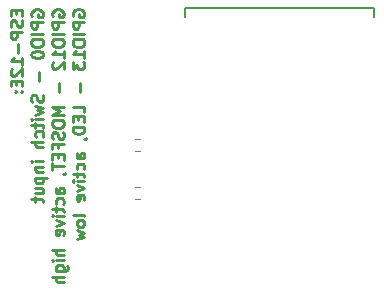
<source format=gbo>
G04 #@! TF.FileFunction,Legend,Bot*
%FSLAX46Y46*%
G04 Gerber Fmt 4.6, Leading zero omitted, Abs format (unit mm)*
G04 Created by KiCad (PCBNEW 4.0.7) date 03/28/18 09:41:18*
%MOMM*%
%LPD*%
G01*
G04 APERTURE LIST*
%ADD10C,0.100000*%
%ADD11C,0.250000*%
%ADD12C,0.152400*%
%ADD13C,0.120000*%
G04 APERTURE END LIST*
D10*
D11*
X96703571Y-97038095D02*
X96703571Y-97371429D01*
X97227381Y-97514286D02*
X97227381Y-97038095D01*
X96227381Y-97038095D01*
X96227381Y-97514286D01*
X97179762Y-97895238D02*
X97227381Y-98038095D01*
X97227381Y-98276191D01*
X97179762Y-98371429D01*
X97132143Y-98419048D01*
X97036905Y-98466667D01*
X96941667Y-98466667D01*
X96846429Y-98419048D01*
X96798810Y-98371429D01*
X96751190Y-98276191D01*
X96703571Y-98085714D01*
X96655952Y-97990476D01*
X96608333Y-97942857D01*
X96513095Y-97895238D01*
X96417857Y-97895238D01*
X96322619Y-97942857D01*
X96275000Y-97990476D01*
X96227381Y-98085714D01*
X96227381Y-98323810D01*
X96275000Y-98466667D01*
X97227381Y-98895238D02*
X96227381Y-98895238D01*
X96227381Y-99276191D01*
X96275000Y-99371429D01*
X96322619Y-99419048D01*
X96417857Y-99466667D01*
X96560714Y-99466667D01*
X96655952Y-99419048D01*
X96703571Y-99371429D01*
X96751190Y-99276191D01*
X96751190Y-98895238D01*
X96846429Y-99895238D02*
X96846429Y-100657143D01*
X97227381Y-101657143D02*
X97227381Y-101085714D01*
X97227381Y-101371428D02*
X96227381Y-101371428D01*
X96370238Y-101276190D01*
X96465476Y-101180952D01*
X96513095Y-101085714D01*
X96322619Y-102038095D02*
X96275000Y-102085714D01*
X96227381Y-102180952D01*
X96227381Y-102419048D01*
X96275000Y-102514286D01*
X96322619Y-102561905D01*
X96417857Y-102609524D01*
X96513095Y-102609524D01*
X96655952Y-102561905D01*
X97227381Y-101990476D01*
X97227381Y-102609524D01*
X96703571Y-103038095D02*
X96703571Y-103371429D01*
X97227381Y-103514286D02*
X97227381Y-103038095D01*
X96227381Y-103038095D01*
X96227381Y-103514286D01*
X97132143Y-103942857D02*
X97179762Y-103990476D01*
X97227381Y-103942857D01*
X97179762Y-103895238D01*
X97132143Y-103942857D01*
X97227381Y-103942857D01*
X96608333Y-103942857D02*
X96655952Y-103990476D01*
X96703571Y-103942857D01*
X96655952Y-103895238D01*
X96608333Y-103942857D01*
X96703571Y-103942857D01*
X98025000Y-97561905D02*
X97977381Y-97466667D01*
X97977381Y-97323810D01*
X98025000Y-97180952D01*
X98120238Y-97085714D01*
X98215476Y-97038095D01*
X98405952Y-96990476D01*
X98548810Y-96990476D01*
X98739286Y-97038095D01*
X98834524Y-97085714D01*
X98929762Y-97180952D01*
X98977381Y-97323810D01*
X98977381Y-97419048D01*
X98929762Y-97561905D01*
X98882143Y-97609524D01*
X98548810Y-97609524D01*
X98548810Y-97419048D01*
X98977381Y-98038095D02*
X97977381Y-98038095D01*
X97977381Y-98419048D01*
X98025000Y-98514286D01*
X98072619Y-98561905D01*
X98167857Y-98609524D01*
X98310714Y-98609524D01*
X98405952Y-98561905D01*
X98453571Y-98514286D01*
X98501190Y-98419048D01*
X98501190Y-98038095D01*
X98977381Y-99038095D02*
X97977381Y-99038095D01*
X97977381Y-99704761D02*
X97977381Y-99895238D01*
X98025000Y-99990476D01*
X98120238Y-100085714D01*
X98310714Y-100133333D01*
X98644048Y-100133333D01*
X98834524Y-100085714D01*
X98929762Y-99990476D01*
X98977381Y-99895238D01*
X98977381Y-99704761D01*
X98929762Y-99609523D01*
X98834524Y-99514285D01*
X98644048Y-99466666D01*
X98310714Y-99466666D01*
X98120238Y-99514285D01*
X98025000Y-99609523D01*
X97977381Y-99704761D01*
X97977381Y-100752380D02*
X97977381Y-100847619D01*
X98025000Y-100942857D01*
X98072619Y-100990476D01*
X98167857Y-101038095D01*
X98358333Y-101085714D01*
X98596429Y-101085714D01*
X98786905Y-101038095D01*
X98882143Y-100990476D01*
X98929762Y-100942857D01*
X98977381Y-100847619D01*
X98977381Y-100752380D01*
X98929762Y-100657142D01*
X98882143Y-100609523D01*
X98786905Y-100561904D01*
X98596429Y-100514285D01*
X98358333Y-100514285D01*
X98167857Y-100561904D01*
X98072619Y-100609523D01*
X98025000Y-100657142D01*
X97977381Y-100752380D01*
X98596429Y-102276190D02*
X98596429Y-103038095D01*
X98929762Y-104228571D02*
X98977381Y-104371428D01*
X98977381Y-104609524D01*
X98929762Y-104704762D01*
X98882143Y-104752381D01*
X98786905Y-104800000D01*
X98691667Y-104800000D01*
X98596429Y-104752381D01*
X98548810Y-104704762D01*
X98501190Y-104609524D01*
X98453571Y-104419047D01*
X98405952Y-104323809D01*
X98358333Y-104276190D01*
X98263095Y-104228571D01*
X98167857Y-104228571D01*
X98072619Y-104276190D01*
X98025000Y-104323809D01*
X97977381Y-104419047D01*
X97977381Y-104657143D01*
X98025000Y-104800000D01*
X98310714Y-105133333D02*
X98977381Y-105323809D01*
X98501190Y-105514286D01*
X98977381Y-105704762D01*
X98310714Y-105895238D01*
X98977381Y-106276190D02*
X98310714Y-106276190D01*
X97977381Y-106276190D02*
X98025000Y-106228571D01*
X98072619Y-106276190D01*
X98025000Y-106323809D01*
X97977381Y-106276190D01*
X98072619Y-106276190D01*
X98310714Y-106609523D02*
X98310714Y-106990475D01*
X97977381Y-106752380D02*
X98834524Y-106752380D01*
X98929762Y-106799999D01*
X98977381Y-106895237D01*
X98977381Y-106990475D01*
X98929762Y-107752381D02*
X98977381Y-107657143D01*
X98977381Y-107466666D01*
X98929762Y-107371428D01*
X98882143Y-107323809D01*
X98786905Y-107276190D01*
X98501190Y-107276190D01*
X98405952Y-107323809D01*
X98358333Y-107371428D01*
X98310714Y-107466666D01*
X98310714Y-107657143D01*
X98358333Y-107752381D01*
X98977381Y-108180952D02*
X97977381Y-108180952D01*
X98977381Y-108609524D02*
X98453571Y-108609524D01*
X98358333Y-108561905D01*
X98310714Y-108466667D01*
X98310714Y-108323809D01*
X98358333Y-108228571D01*
X98405952Y-108180952D01*
X98977381Y-109847619D02*
X98310714Y-109847619D01*
X97977381Y-109847619D02*
X98025000Y-109800000D01*
X98072619Y-109847619D01*
X98025000Y-109895238D01*
X97977381Y-109847619D01*
X98072619Y-109847619D01*
X98310714Y-110323809D02*
X98977381Y-110323809D01*
X98405952Y-110323809D02*
X98358333Y-110371428D01*
X98310714Y-110466666D01*
X98310714Y-110609524D01*
X98358333Y-110704762D01*
X98453571Y-110752381D01*
X98977381Y-110752381D01*
X98310714Y-111228571D02*
X99310714Y-111228571D01*
X98358333Y-111228571D02*
X98310714Y-111323809D01*
X98310714Y-111514286D01*
X98358333Y-111609524D01*
X98405952Y-111657143D01*
X98501190Y-111704762D01*
X98786905Y-111704762D01*
X98882143Y-111657143D01*
X98929762Y-111609524D01*
X98977381Y-111514286D01*
X98977381Y-111323809D01*
X98929762Y-111228571D01*
X98310714Y-112561905D02*
X98977381Y-112561905D01*
X98310714Y-112133333D02*
X98834524Y-112133333D01*
X98929762Y-112180952D01*
X98977381Y-112276190D01*
X98977381Y-112419048D01*
X98929762Y-112514286D01*
X98882143Y-112561905D01*
X98310714Y-112895238D02*
X98310714Y-113276190D01*
X97977381Y-113038095D02*
X98834524Y-113038095D01*
X98929762Y-113085714D01*
X98977381Y-113180952D01*
X98977381Y-113276190D01*
X99775000Y-97561905D02*
X99727381Y-97466667D01*
X99727381Y-97323810D01*
X99775000Y-97180952D01*
X99870238Y-97085714D01*
X99965476Y-97038095D01*
X100155952Y-96990476D01*
X100298810Y-96990476D01*
X100489286Y-97038095D01*
X100584524Y-97085714D01*
X100679762Y-97180952D01*
X100727381Y-97323810D01*
X100727381Y-97419048D01*
X100679762Y-97561905D01*
X100632143Y-97609524D01*
X100298810Y-97609524D01*
X100298810Y-97419048D01*
X100727381Y-98038095D02*
X99727381Y-98038095D01*
X99727381Y-98419048D01*
X99775000Y-98514286D01*
X99822619Y-98561905D01*
X99917857Y-98609524D01*
X100060714Y-98609524D01*
X100155952Y-98561905D01*
X100203571Y-98514286D01*
X100251190Y-98419048D01*
X100251190Y-98038095D01*
X100727381Y-99038095D02*
X99727381Y-99038095D01*
X99727381Y-99704761D02*
X99727381Y-99895238D01*
X99775000Y-99990476D01*
X99870238Y-100085714D01*
X100060714Y-100133333D01*
X100394048Y-100133333D01*
X100584524Y-100085714D01*
X100679762Y-99990476D01*
X100727381Y-99895238D01*
X100727381Y-99704761D01*
X100679762Y-99609523D01*
X100584524Y-99514285D01*
X100394048Y-99466666D01*
X100060714Y-99466666D01*
X99870238Y-99514285D01*
X99775000Y-99609523D01*
X99727381Y-99704761D01*
X100727381Y-101085714D02*
X100727381Y-100514285D01*
X100727381Y-100799999D02*
X99727381Y-100799999D01*
X99870238Y-100704761D01*
X99965476Y-100609523D01*
X100013095Y-100514285D01*
X99822619Y-101466666D02*
X99775000Y-101514285D01*
X99727381Y-101609523D01*
X99727381Y-101847619D01*
X99775000Y-101942857D01*
X99822619Y-101990476D01*
X99917857Y-102038095D01*
X100013095Y-102038095D01*
X100155952Y-101990476D01*
X100727381Y-101419047D01*
X100727381Y-102038095D01*
X100346429Y-103228571D02*
X100346429Y-103990476D01*
X100727381Y-105228571D02*
X99727381Y-105228571D01*
X100441667Y-105561905D01*
X99727381Y-105895238D01*
X100727381Y-105895238D01*
X99727381Y-106561904D02*
X99727381Y-106752381D01*
X99775000Y-106847619D01*
X99870238Y-106942857D01*
X100060714Y-106990476D01*
X100394048Y-106990476D01*
X100584524Y-106942857D01*
X100679762Y-106847619D01*
X100727381Y-106752381D01*
X100727381Y-106561904D01*
X100679762Y-106466666D01*
X100584524Y-106371428D01*
X100394048Y-106323809D01*
X100060714Y-106323809D01*
X99870238Y-106371428D01*
X99775000Y-106466666D01*
X99727381Y-106561904D01*
X100679762Y-107371428D02*
X100727381Y-107514285D01*
X100727381Y-107752381D01*
X100679762Y-107847619D01*
X100632143Y-107895238D01*
X100536905Y-107942857D01*
X100441667Y-107942857D01*
X100346429Y-107895238D01*
X100298810Y-107847619D01*
X100251190Y-107752381D01*
X100203571Y-107561904D01*
X100155952Y-107466666D01*
X100108333Y-107419047D01*
X100013095Y-107371428D01*
X99917857Y-107371428D01*
X99822619Y-107419047D01*
X99775000Y-107466666D01*
X99727381Y-107561904D01*
X99727381Y-107800000D01*
X99775000Y-107942857D01*
X100203571Y-108704762D02*
X100203571Y-108371428D01*
X100727381Y-108371428D02*
X99727381Y-108371428D01*
X99727381Y-108847619D01*
X100203571Y-109228571D02*
X100203571Y-109561905D01*
X100727381Y-109704762D02*
X100727381Y-109228571D01*
X99727381Y-109228571D01*
X99727381Y-109704762D01*
X99727381Y-109990476D02*
X99727381Y-110561905D01*
X100727381Y-110276190D02*
X99727381Y-110276190D01*
X100679762Y-110942857D02*
X100727381Y-110942857D01*
X100822619Y-110895238D01*
X100870238Y-110847619D01*
X100727381Y-112561905D02*
X100203571Y-112561905D01*
X100108333Y-112514286D01*
X100060714Y-112419048D01*
X100060714Y-112228571D01*
X100108333Y-112133333D01*
X100679762Y-112561905D02*
X100727381Y-112466667D01*
X100727381Y-112228571D01*
X100679762Y-112133333D01*
X100584524Y-112085714D01*
X100489286Y-112085714D01*
X100394048Y-112133333D01*
X100346429Y-112228571D01*
X100346429Y-112466667D01*
X100298810Y-112561905D01*
X100679762Y-113466667D02*
X100727381Y-113371429D01*
X100727381Y-113180952D01*
X100679762Y-113085714D01*
X100632143Y-113038095D01*
X100536905Y-112990476D01*
X100251190Y-112990476D01*
X100155952Y-113038095D01*
X100108333Y-113085714D01*
X100060714Y-113180952D01*
X100060714Y-113371429D01*
X100108333Y-113466667D01*
X100060714Y-113752381D02*
X100060714Y-114133333D01*
X99727381Y-113895238D02*
X100584524Y-113895238D01*
X100679762Y-113942857D01*
X100727381Y-114038095D01*
X100727381Y-114133333D01*
X100727381Y-114466667D02*
X100060714Y-114466667D01*
X99727381Y-114466667D02*
X99775000Y-114419048D01*
X99822619Y-114466667D01*
X99775000Y-114514286D01*
X99727381Y-114466667D01*
X99822619Y-114466667D01*
X100060714Y-114847619D02*
X100727381Y-115085714D01*
X100060714Y-115323810D01*
X100679762Y-116085715D02*
X100727381Y-115990477D01*
X100727381Y-115800000D01*
X100679762Y-115704762D01*
X100584524Y-115657143D01*
X100203571Y-115657143D01*
X100108333Y-115704762D01*
X100060714Y-115800000D01*
X100060714Y-115990477D01*
X100108333Y-116085715D01*
X100203571Y-116133334D01*
X100298810Y-116133334D01*
X100394048Y-115657143D01*
X100727381Y-117323810D02*
X99727381Y-117323810D01*
X100727381Y-117752382D02*
X100203571Y-117752382D01*
X100108333Y-117704763D01*
X100060714Y-117609525D01*
X100060714Y-117466667D01*
X100108333Y-117371429D01*
X100155952Y-117323810D01*
X100727381Y-118228572D02*
X100060714Y-118228572D01*
X99727381Y-118228572D02*
X99775000Y-118180953D01*
X99822619Y-118228572D01*
X99775000Y-118276191D01*
X99727381Y-118228572D01*
X99822619Y-118228572D01*
X100060714Y-119133334D02*
X100870238Y-119133334D01*
X100965476Y-119085715D01*
X101013095Y-119038096D01*
X101060714Y-118942857D01*
X101060714Y-118800000D01*
X101013095Y-118704762D01*
X100679762Y-119133334D02*
X100727381Y-119038096D01*
X100727381Y-118847619D01*
X100679762Y-118752381D01*
X100632143Y-118704762D01*
X100536905Y-118657143D01*
X100251190Y-118657143D01*
X100155952Y-118704762D01*
X100108333Y-118752381D01*
X100060714Y-118847619D01*
X100060714Y-119038096D01*
X100108333Y-119133334D01*
X100727381Y-119609524D02*
X99727381Y-119609524D01*
X100727381Y-120038096D02*
X100203571Y-120038096D01*
X100108333Y-119990477D01*
X100060714Y-119895239D01*
X100060714Y-119752381D01*
X100108333Y-119657143D01*
X100155952Y-119609524D01*
X101525000Y-97561905D02*
X101477381Y-97466667D01*
X101477381Y-97323810D01*
X101525000Y-97180952D01*
X101620238Y-97085714D01*
X101715476Y-97038095D01*
X101905952Y-96990476D01*
X102048810Y-96990476D01*
X102239286Y-97038095D01*
X102334524Y-97085714D01*
X102429762Y-97180952D01*
X102477381Y-97323810D01*
X102477381Y-97419048D01*
X102429762Y-97561905D01*
X102382143Y-97609524D01*
X102048810Y-97609524D01*
X102048810Y-97419048D01*
X102477381Y-98038095D02*
X101477381Y-98038095D01*
X101477381Y-98419048D01*
X101525000Y-98514286D01*
X101572619Y-98561905D01*
X101667857Y-98609524D01*
X101810714Y-98609524D01*
X101905952Y-98561905D01*
X101953571Y-98514286D01*
X102001190Y-98419048D01*
X102001190Y-98038095D01*
X102477381Y-99038095D02*
X101477381Y-99038095D01*
X101477381Y-99704761D02*
X101477381Y-99895238D01*
X101525000Y-99990476D01*
X101620238Y-100085714D01*
X101810714Y-100133333D01*
X102144048Y-100133333D01*
X102334524Y-100085714D01*
X102429762Y-99990476D01*
X102477381Y-99895238D01*
X102477381Y-99704761D01*
X102429762Y-99609523D01*
X102334524Y-99514285D01*
X102144048Y-99466666D01*
X101810714Y-99466666D01*
X101620238Y-99514285D01*
X101525000Y-99609523D01*
X101477381Y-99704761D01*
X102477381Y-101085714D02*
X102477381Y-100514285D01*
X102477381Y-100799999D02*
X101477381Y-100799999D01*
X101620238Y-100704761D01*
X101715476Y-100609523D01*
X101763095Y-100514285D01*
X101477381Y-101419047D02*
X101477381Y-102038095D01*
X101858333Y-101704761D01*
X101858333Y-101847619D01*
X101905952Y-101942857D01*
X101953571Y-101990476D01*
X102048810Y-102038095D01*
X102286905Y-102038095D01*
X102382143Y-101990476D01*
X102429762Y-101942857D01*
X102477381Y-101847619D01*
X102477381Y-101561904D01*
X102429762Y-101466666D01*
X102382143Y-101419047D01*
X102096429Y-103228571D02*
X102096429Y-103990476D01*
X102477381Y-105704762D02*
X102477381Y-105228571D01*
X101477381Y-105228571D01*
X101953571Y-106038095D02*
X101953571Y-106371429D01*
X102477381Y-106514286D02*
X102477381Y-106038095D01*
X101477381Y-106038095D01*
X101477381Y-106514286D01*
X102477381Y-106942857D02*
X101477381Y-106942857D01*
X101477381Y-107180952D01*
X101525000Y-107323810D01*
X101620238Y-107419048D01*
X101715476Y-107466667D01*
X101905952Y-107514286D01*
X102048810Y-107514286D01*
X102239286Y-107466667D01*
X102334524Y-107419048D01*
X102429762Y-107323810D01*
X102477381Y-107180952D01*
X102477381Y-106942857D01*
X102429762Y-107990476D02*
X102477381Y-107990476D01*
X102572619Y-107942857D01*
X102620238Y-107895238D01*
X102477381Y-109609524D02*
X101953571Y-109609524D01*
X101858333Y-109561905D01*
X101810714Y-109466667D01*
X101810714Y-109276190D01*
X101858333Y-109180952D01*
X102429762Y-109609524D02*
X102477381Y-109514286D01*
X102477381Y-109276190D01*
X102429762Y-109180952D01*
X102334524Y-109133333D01*
X102239286Y-109133333D01*
X102144048Y-109180952D01*
X102096429Y-109276190D01*
X102096429Y-109514286D01*
X102048810Y-109609524D01*
X102429762Y-110514286D02*
X102477381Y-110419048D01*
X102477381Y-110228571D01*
X102429762Y-110133333D01*
X102382143Y-110085714D01*
X102286905Y-110038095D01*
X102001190Y-110038095D01*
X101905952Y-110085714D01*
X101858333Y-110133333D01*
X101810714Y-110228571D01*
X101810714Y-110419048D01*
X101858333Y-110514286D01*
X101810714Y-110800000D02*
X101810714Y-111180952D01*
X101477381Y-110942857D02*
X102334524Y-110942857D01*
X102429762Y-110990476D01*
X102477381Y-111085714D01*
X102477381Y-111180952D01*
X102477381Y-111514286D02*
X101810714Y-111514286D01*
X101477381Y-111514286D02*
X101525000Y-111466667D01*
X101572619Y-111514286D01*
X101525000Y-111561905D01*
X101477381Y-111514286D01*
X101572619Y-111514286D01*
X101810714Y-111895238D02*
X102477381Y-112133333D01*
X101810714Y-112371429D01*
X102429762Y-113133334D02*
X102477381Y-113038096D01*
X102477381Y-112847619D01*
X102429762Y-112752381D01*
X102334524Y-112704762D01*
X101953571Y-112704762D01*
X101858333Y-112752381D01*
X101810714Y-112847619D01*
X101810714Y-113038096D01*
X101858333Y-113133334D01*
X101953571Y-113180953D01*
X102048810Y-113180953D01*
X102144048Y-112704762D01*
X102477381Y-114514286D02*
X102429762Y-114419048D01*
X102334524Y-114371429D01*
X101477381Y-114371429D01*
X102477381Y-115038096D02*
X102429762Y-114942858D01*
X102382143Y-114895239D01*
X102286905Y-114847620D01*
X102001190Y-114847620D01*
X101905952Y-114895239D01*
X101858333Y-114942858D01*
X101810714Y-115038096D01*
X101810714Y-115180954D01*
X101858333Y-115276192D01*
X101905952Y-115323811D01*
X102001190Y-115371430D01*
X102286905Y-115371430D01*
X102382143Y-115323811D01*
X102429762Y-115276192D01*
X102477381Y-115180954D01*
X102477381Y-115038096D01*
X101810714Y-115704763D02*
X102477381Y-115895239D01*
X102001190Y-116085716D01*
X102477381Y-116276192D01*
X101810714Y-116466668D01*
D12*
X110984000Y-97641000D02*
X110984000Y-96879000D01*
X110984000Y-96879000D02*
X126986000Y-96879000D01*
X126986000Y-96879000D02*
X126986000Y-97641000D01*
D13*
X107220000Y-111990000D02*
X106780000Y-111990000D01*
X107220000Y-113010000D02*
X106780000Y-113010000D01*
X107220000Y-107990000D02*
X106780000Y-107990000D01*
X107220000Y-109010000D02*
X106780000Y-109010000D01*
M02*

</source>
